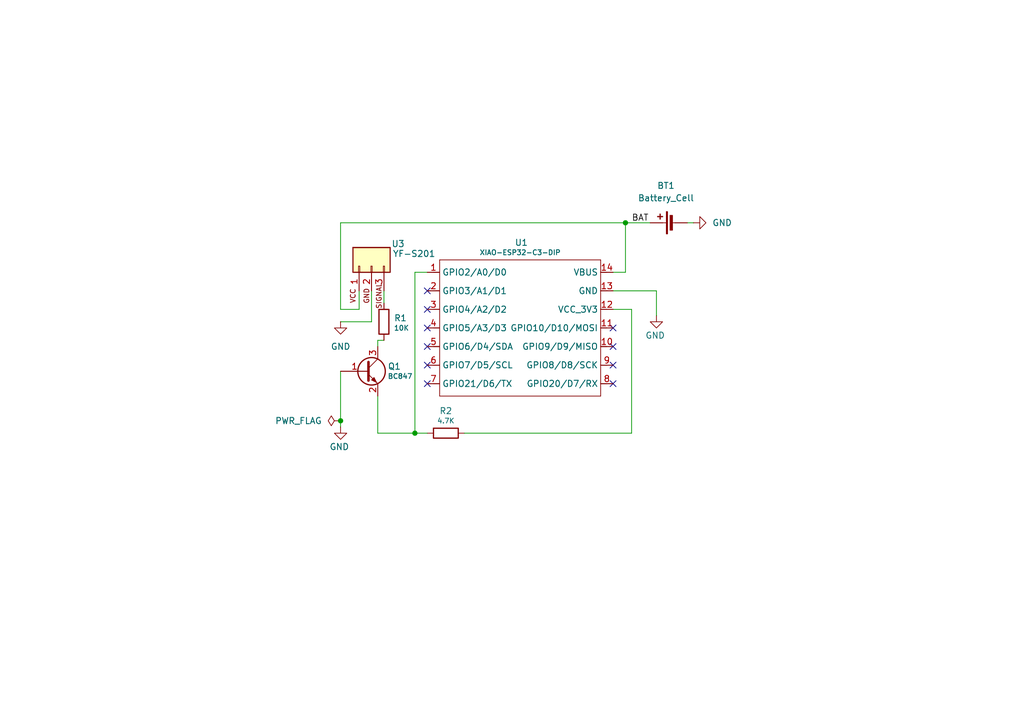
<source format=kicad_sch>
(kicad_sch (version 20231120) (generator "eeschema") (generator_version "8.0")
  (paper "A5")
  (title_block (title "514 Sensing Device Schematic") (date "2025-02-03") (rev "V2") (company "Marjorie Yang"))
  (lib_symbols
    (symbol "Connector_Generic:Conn_01x03" (pin_names (offset 1.016) hide)
      (property "Reference" "U" (at 0 5.08 0))
      (property "Value" "YF-S201" (at 0 -5.08 0))
      (symbol "Conn_01x03_1_1"
        (rectangle (start -1.27 -2.413) (end 0 -2.667) (stroke (width 0.1524)))
        (rectangle (start -1.27 0.127) (end 0 -0.127) (stroke (width 0.1524)))
        (rectangle (start -1.27 2.667) (end 0 2.413) (stroke (width 0.1524)))
        (rectangle (start -1.27 3.81) (end 3.81 -3.81) (stroke (width 0.254)) (fill (type background)))
        (text "GND" (at -6.096 1.016 0) (effects (font (size 1.016 1.016))))
        (text "SIGNAL" (at -6.096 -1.524 0) (effects (font (size 1.016 1.016))))
        (text "VCC" (at -6.096 3.81 0) (effects (font (size 1.016 1.016))))
        (pin passive line (at -5.08 2.54 0) (length 3.81) (name "VCC") (number "1"))
        (pin passive line (at -5.08 0 0) (length 3.81) (name "GND") (number "2"))
        (pin passive line (at -5.08 -2.54 0) (length 3.81) (name "SIGNAL") (number "3"))
      )
    )
    (symbol "Device:Battery_Cell" (pin_numbers hide) (pin_names (offset 0) hide)
      (property "Reference" "BT" (at 2.54 2.54 0))
      (property "Value" "Battery_Cell" (at 2.54 0 0))
      (symbol "Battery_Cell_0_1"
        (rectangle (start -2.286 1.778) (end 2.286 1.524) (fill (type outline)))
        (rectangle (start -1.524 1.016) (end 1.524 0.508) (fill (type outline)))
        (polyline (pts (xy 0 0.762) (xy 0 0)))
        (polyline (pts (xy 0 1.778) (xy 0 2.54)))
        (polyline (pts (xy 0.762 3.048) (xy 1.778 3.048)) (stroke (width 0.254)))
        (polyline (pts (xy 1.27 3.556) (xy 1.27 2.54)) (stroke (width 0.254)))
      )
      (symbol "Battery_Cell_1_1"
        (pin passive line (at 0 5.08 270) (length 2.54) (name "+") (number "1"))
        (pin passive line (at 0 -2.54 90) (length 2.54) (name "-") (number "2"))
      )
    )
    (symbol "Device:R" (pin_numbers hide) (pin_names (offset 0))
      (property "Reference" "R" (at 2.032 0 90))
      (property "Value" "R" (at 0 0 90))
      (symbol "R_0_1"
        (rectangle (start -1.016 -2.54) (end 1.016 2.54) (stroke (width 0.254)))
      )
      (symbol "R_1_1"
        (pin passive line (at 0 3.81 270) (length 1.27) (name "~") (number "1"))
        (pin passive line (at 0 -3.81 90) (length 1.27) (name "~") (number "2"))
      )
    )
    (symbol "Seeed_Studio_XIAO_Series:XIAO-ESP32-C3-DIP"
      (property "Reference" "U" (at 1.016 2.794 0))
      (property "Value" "XIAO-ESP32-C3-DIP" (at 7.62 1.016 0))
      (symbol "XIAO-ESP32-C3-DIP_1_0"
        (polyline (pts (xy 0 -27.94) (xy 0 -13.97)) (stroke (width 0.1524)))
        (polyline (pts (xy 0 -25.4) (xy -1.27 -25.4)) (stroke (width 0.1524)))
        (polyline (pts (xy 0 -21.59) (xy -1.27 -21.59)) (stroke (width 0.1524)))
        (polyline (pts (xy 0 -17.78) (xy -1.27 -17.78)) (stroke (width 0.1524)))
        (polyline (pts (xy 0 -13.97) (xy -1.27 -13.97)) (stroke (width 0.1524)))
        (polyline (pts (xy 0 -13.97) (xy 0 -10.16)) (stroke (width 0.1524)))
        (polyline (pts (xy 0 -10.16) (xy -1.27 -10.16)) (stroke (width 0.1524)))
        (polyline (pts (xy 0 -10.16) (xy 0 -6.35)) (stroke (width 0.1524)))
        (polyline (pts (xy 0 -6.35) (xy -1.27 -6.35)) (stroke (width 0.1524)))
        (polyline (pts (xy 0 -6.35) (xy 0 -2.54)) (stroke (width 0.1524)))
        (polyline (pts (xy 0 -2.54) (xy -1.27 -2.54)) (stroke (width 0.1524)))
        (polyline (pts (xy 0 -2.54) (xy 0 0)) (stroke (width 0.1524)))
        (polyline (pts (xy 0 0) (xy 33.02 0)) (stroke (width 0.1524)))
        (polyline (pts (xy 33.02 -27.94) (xy 0 -27.94)) (stroke (width 0.1524)))
        (polyline (pts (xy 33.02 -10.16) (xy 33.02 -27.94)) (stroke (width 0.1524)))
        (polyline (pts (xy 33.02 -6.35) (xy 33.02 -10.16)) (stroke (width 0.1524)))
        (polyline (pts (xy 33.02 -2.54) (xy 33.02 -6.35)) (stroke (width 0.1524)))
        (polyline (pts (xy 33.02 0) (xy 33.02 -2.54)) (stroke (width 0.1524)))
        (polyline (pts (xy 34.29 -25.4) (xy 33.02 -25.4)) (stroke (width 0.1524)))
        (polyline (pts (xy 34.29 -21.59) (xy 33.02 -21.59)) (stroke (width 0.1524)))
        (polyline (pts (xy 34.29 -17.78) (xy 33.02 -17.78)) (stroke (width 0.1524)))
        (polyline (pts (xy 34.29 -13.97) (xy 33.02 -13.97)) (stroke (width 0.1524)))
        (polyline (pts (xy 34.29 -10.16) (xy 33.02 -10.16)) (stroke (width 0.1524)))
        (polyline (pts (xy 34.29 -6.35) (xy 33.02 -6.35)) (stroke (width 0.1524)))
        (polyline (pts (xy 34.29 -2.54) (xy 33.02 -2.54)) (stroke (width 0.1524)))
        (pin passive line (at -2.54 -2.54 0) (length 2.54) (name "GPIO2/A0/D0") (number "1"))
        (pin passive line (at 35.56 -17.78 180) (length 2.54) (name "GPIO9/D9/MISO") (number "10"))
        (pin passive line (at 35.56 -13.97 180) (length 2.54) (name "GPIO10/D10/MOSI") (number "11"))
        (pin passive line (at 35.56 -10.16 180) (length 2.54) (name "VCC_3V3") (number "12"))
        (pin passive line (at 35.56 -6.35 180) (length 2.54) (name "GND") (number "13"))
        (pin passive line (at 35.56 -2.54 180) (length 2.54) (name "VBUS") (number "14"))
        (pin passive line (at -2.54 -6.35 0) (length 2.54) (name "GPIO3/A1/D1") (number "2"))
        (pin passive line (at -2.54 -10.16 0) (length 2.54) (name "GPIO4/A2/D2") (number "3"))
        (pin passive line (at -2.54 -13.97 0) (length 2.54) (name "GPIO5/A3/D3") (number "4"))
        (pin passive line (at -2.54 -17.78 0) (length 2.54) (name "GPIO6/D4/SDA") (number "5"))
        (pin passive line (at -2.54 -21.59 0) (length 2.54) (name "GPIO7/D5/SCL") (number "6"))
        (pin passive line (at -2.54 -25.4 0) (length 2.54) (name "GPIO21/D6/TX") (number "7"))
        (pin passive line (at 35.56 -25.4 180) (length 2.54) (name "GPIO20/D7/RX") (number "8"))
        (pin passive line (at 35.56 -21.59 180) (length 2.54) (name "GPIO8/D8/SCK") (number "9"))
      )
    )
    (symbol "Transistor_BJT:BC847" (pin_names (offset 0) hide)
      (property "Reference" "Q" (at 5.08 1.905 0))
      (property "Value" "BC847" (at 5.08 0 0))
      (symbol "BC847_0_1"
        (polyline (pts (xy 0.635 0.635) (xy 2.54 2.54)))
        (polyline (pts (xy 0.635 -0.635) (xy 2.54 -2.54) (xy 2.54 -2.54)))
        (polyline (pts (xy 0.635 1.905) (xy 0.635 -1.905) (xy 0.635 -1.905)) (stroke (width 0.508)))
        (polyline (pts (xy 1.27 -1.778) (xy 1.778 -1.27) (xy 2.286 -2.286) (xy 1.27 -1.778) (xy 1.27 -1.778)) (fill (type outline)))
        (circle (center 1.27 0) (radius 2.8194) (stroke (width 0.254)))
      )
      (symbol "BC847_1_1"
        (pin input line (at -5.08 0 0) (length 5.715) (name "B") (number "1"))
        (pin passive line (at 2.54 -5.08 90) (length 2.54) (name "E") (number "2"))
        (pin passive line (at 2.54 5.08 270) (length 2.54) (name "C") (number "3"))
      )
    )
    (symbol "power:GND" (power) (pin_numbers hide) (pin_names (offset 0) hide)
      (property "Value" "GND" (at 0 -3.81 0))
      (symbol "GND_0_1"
        (polyline (pts (xy 0 0) (xy 0 -1.27) (xy 1.27 -1.27) (xy 0 -2.54) (xy -1.27 -1.27) (xy 0 -1.27)))
      )
      (symbol "GND_1_1"
        (pin power_in line (at 0 0 270) (length 0) (name "~") (number "1"))
      )
    )
    (symbol "power:PWR_FLAG" (power) (pin_numbers hide) (pin_names (offset 0) hide)
      (property "Value" "PWR_FLAG" (at 0 3.81 0))
      (symbol "PWR_FLAG_0_0"
        (pin power_out line (at 0 0 90) (length 0) (name "~") (number "1"))
      )
      (symbol "PWR_FLAG_0_1"
        (polyline (pts (xy 0 0) (xy 0 1.27) (xy -1.016 1.905) (xy 0 2.54) (xy 1.016 1.905) (xy 0 1.27)))
      )
    )
  )
  (junction (at 85.09 88.9))
  (junction (at 69.85 86.36))
  (junction (at 128.27 45.72))
  (no_connect (at 125.73 74.93))
  (no_connect (at 125.73 67.31))
  (no_connect (at 87.63 74.93))
  (no_connect (at 125.73 78.74))
  (no_connect (at 87.63 67.31))
  (no_connect (at 87.63 59.69))
  (no_connect (at 87.63 71.12))
  (no_connect (at 125.73 71.12))
  (no_connect (at 87.63 63.5))
  (no_connect (at 87.63 78.74))
  (wire (pts (xy 134.62 59.69) (xy 134.62 64.77)))
  (wire (pts (xy 125.73 59.69) (xy 134.62 59.69)))
  (wire (pts (xy 125.73 63.5) (xy 129.54 63.5)))
  (wire (pts (xy 128.27 55.88) (xy 125.73 55.88)))
  (wire (pts (xy 77.47 69.85) (xy 77.47 71.12)))
  (wire (pts (xy 69.85 45.72) (xy 69.85 63.5)))
  (wire (pts (xy 129.54 63.5) (xy 129.54 88.9)))
  (wire (pts (xy 69.85 86.36) (xy 69.85 87.63)))
  (wire (pts (xy 78.74 59.69) (xy 78.74 62.23)))
  (wire (pts (xy 85.09 55.88) (xy 87.63 55.88)))
  (wire (pts (xy 128.27 45.72) (xy 133.35 45.72)))
  (wire (pts (xy 95.25 88.9) (xy 129.54 88.9)))
  (wire (pts (xy 76.2 59.69) (xy 76.2 66.04)))
  (wire (pts (xy 69.85 66.04) (xy 76.2 66.04)))
  (wire (pts (xy 78.74 69.85) (xy 77.47 69.85)))
  (wire (pts (xy 69.85 63.5) (xy 73.66 63.5)))
  (wire (pts (xy 69.85 45.72) (xy 128.27 45.72)))
  (wire (pts (xy 140.97 45.72) (xy 142.24 45.72)))
  (wire (pts (xy 128.27 55.88) (xy 128.27 45.72)))
  (wire (pts (xy 77.47 88.9) (xy 85.09 88.9)))
  (wire (pts (xy 69.85 76.2) (xy 69.85 86.36)))
  (wire (pts (xy 73.66 63.5) (xy 73.66 59.69)))
  (wire (pts (xy 85.09 88.9) (xy 87.63 88.9)))
  (wire (pts (xy 85.09 55.88) (xy 85.09 88.9)))
  (wire (pts (xy 77.47 81.28) (xy 77.47 88.9)))
  (label "BAT" (at 129.54 45.72 0))
  (symbol (lib_id "power:GND") (at 69.85 87.63 0) (unit 1)
    (property "Reference" "#PWR03" (effects (hide yes)))
    (property "Value" "GND" (at 69.596 91.694 0))
    (property "Description" "Power symbol creates a global label with name \"GND\" , ground" (effects (hide yes)))
  )
  (symbol (lib_id "power:GND") (at 142.24 45.72 90) (unit 1)
    (property "Reference" "#PWR01" (effects (hide yes)))
    (property "Value" "GND" (at 146.05 45.7199 90) (effects (justify right)))
    (property "Description" "Power symbol creates a global label with name \"GND\" , ground" (effects (hide yes)))
  )
  (symbol (lib_id "Transistor_BJT:BC847") (at 74.93 76.2 0) (unit 1)
    (property "Reference" "Q1" (at 79.502 75.184 0) (effects (justify left)))
    (property "Value" "BC847" (at 79.502 77.216 0) (effects (font (size 1.016 1.016)) (justify left)))
    (property "Footprint" "Package_TO_SOT_SMD:SOT-23" (effects (hide yes)))
    (property "Datasheet" "http://www.infineon.com/dgdl/Infineon-BC847SERIES_BC848SERIES_BC849SERIES_BC850SERIES-DS-v01_01-en.pdf?fileId=db3a304314dca389011541d4630a1657" (effects (hide yes)))
    (property "Description" "0.1A Ic, 45V Vce, NPN Transistor, SOT-23" (effects (hide yes)))
  )
  (symbol (lib_id "Device:R") (at 78.74 66.04 0) (unit 1)
    (property "Reference" "R1" (at 80.772 65.278 0) (effects (justify left)))
    (property "Value" "10K" (at 80.772 67.31 0) (effects (font (size 1.016 1.016)) (justify left)))
    (property "Footprint" "Resistor_SMD:R_0805_2012Metric" (effects (hide yes)))
    (property "Description" "Resistor" (effects (hide yes)))
  )
  (symbol (lib_id "Connector_Generic:Conn_01x03") (at 76.2 54.61 90) (unit 1)
    (property "Reference" "U3" (at 80.264 50.038 90) (effects (justify right)))
    (property "Value" "YF-S201" (at 80.518 52.07 90) (effects (justify right)))
    (property "Footprint" "Connector_PinSocket_2.54mm:PinSocket_1x03_P2.54mm_Vertical" (effects (hide yes)))
    (property "Description" "Generic connector, single row, 01x03, script generated (kicad-library-utils/schlib/autogen/connector/)" (effects (hide yes)))
  )
  (symbol (lib_id "power:GND") (at 134.62 64.77 0) (unit 1)
    (property "Reference" "#PWR07" (effects (hide yes)))
    (property "Value" "GND" (at 134.366 68.834 0))
    (property "Description" "Power symbol creates a global label with name \"GND\" , ground" (effects (hide yes)))
  )
  (symbol (lib_id "Device:Battery_Cell") (at 138.43 45.72 90) (unit 1)
    (property "Reference" "BT1" (at 136.5885 38.1 90))
    (property "Value" "Battery_Cell" (at 136.5885 40.64 90))
    (property "Footprint" "Connector_JST:JST_NV_B02P-NV_1x02_P5.00mm_Vertical" (effects (hide yes)))
    (property "Description" "Single-cell battery" (effects (hide yes)))
  )
  (symbol (lib_id "Device:R") (at 91.44 88.9 90) (unit 1)
    (property "Reference" "R2" (at 91.44 84.328 90))
    (property "Value" "4.7K" (at 91.44 86.36 90) (effects (font (size 1.016 1.016))))
    (property "Footprint" "Resistor_SMD:R_0805_2012Metric" (effects (hide yes)))
    (property "Description" "Resistor" (effects (hide yes)))
  )
  (symbol (lib_id "power:PWR_FLAG") (at 69.85 86.36 90) (unit 1)
    (property "Reference" "#FLG01" (effects (hide yes)))
    (property "Value" "PWR_FLAG" (at 66.04 86.3599 90) (effects (justify left)))
    (property "Description" "Special symbol for telling ERC where power comes from" (effects (hide yes)))
  )
  (symbol (lib_id "power:GND") (at 69.85 66.04 0) (unit 1)
    (property "Reference" "#PWR06" (effects (hide yes)))
    (property "Value" "GND" (at 69.85 71.12 0))
    (property "Description" "Power symbol creates a global label with name \"GND\" , ground" (effects (hide yes)))
  )
  (symbol (lib_id "Seeed_Studio_XIAO_Series:XIAO-ESP32-C3-DIP") (at 90.17 53.34 0) (unit 1)
    (property "Reference" "U1" (at 106.934 49.784 0))
    (property "Value" "XIAO-ESP32-C3-DIP" (at 106.68 51.816 0) (effects (font (size 1.016 1.016))))
    (property "Footprint" "Seeed Studio XIAO Series Library:XIAO-ESP32C3-DIP" (effects (hide yes)))
  )
)
</source>
